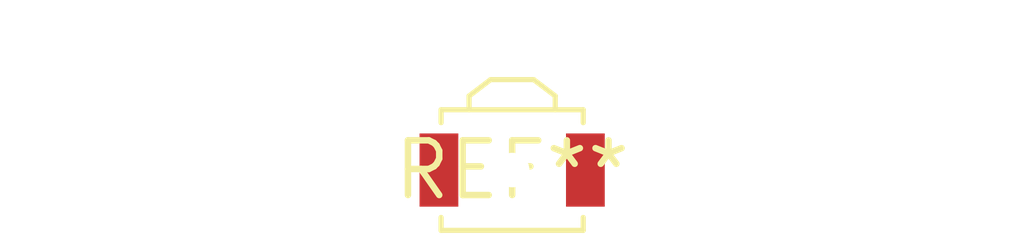
<source format=kicad_pcb>
(kicad_pcb (version 20240108) (generator pcbnew)
  (layers (0 "F.Cu" signal) (31 "B.Cu" signal) (34 "B.Paste" user) (35 "F.Paste" user) (36 "B.SilkS" user "B.Silkscreen") (37 "F.SilkS" user "F.Silkscreen") (38 "B.Mask" user) (39 "F.Mask" user) (44 "Edge.Cuts" user))
  (net 0 "")
  (footprint "SW_SPST_B3U-3000P-B" (layer "F.Cu") (at 0 0)
    (property "Reference" "REF**")
    (property "Value" "SW_SPST_B3U-3000P-B")
    (fp_line (start -1.65 -1.4) (end 1.65 -1.4) (layer "F.SilkS") (stroke (width 0.12)))
    (fp_line (start -1.65 -1.1) (end -1.65 -1.4) (layer "F.SilkS") (stroke (width 0.12)))
    (fp_line (start -1.65 1.1) (end -1.65 1.4) (layer "F.SilkS") (stroke (width 0.12)))
    (fp_line (start -1.65 1.4) (end 1.65 1.4) (layer "F.SilkS") (stroke (width 0.12)))
    (fp_line (start -1 -1.72) (end -1 -1.4) (layer "F.SilkS") (stroke (width 0.12)))
    (fp_line (start -0.5 -2.1) (end -1 -1.72) (layer "F.SilkS") (stroke (width 0.12)))
    (fp_line (start -0.5 -2.1) (end 0.5 -2.1) (layer "F.SilkS") (stroke (width 0.12)))
    (fp_line (start 0.5 -2.1) (end 1 -1.72) (layer "F.SilkS") (stroke (width 0.12)))
    (fp_line (start 1 -1.72) (end 1 -1.4) (layer "F.SilkS") (stroke (width 0.12)))
    (fp_line (start 1.65 -1.4) (end 1.65 -1.1) (layer "F.SilkS") (stroke (width 0.12)))
    (fp_line (start 1.65 1.4) (end 1.65 1.1) (layer "F.SilkS") (stroke (width 0.12)))
    (pad "" np_thru_hole circle (at 0 0) (size 0.8 0.8) (drill 0.8) (layers *.Cu *.Mask))
    (pad "1" smd rect (at -1.7 0) (size 0.9 1.7) (layers "F.Cu" "F.Paste" "F.Mask"))
    (pad "2" smd rect (at 1.7 0) (size 0.9 1.7) (layers "F.Cu" "F.Paste" "F.Mask"))
  )
)
</source>
